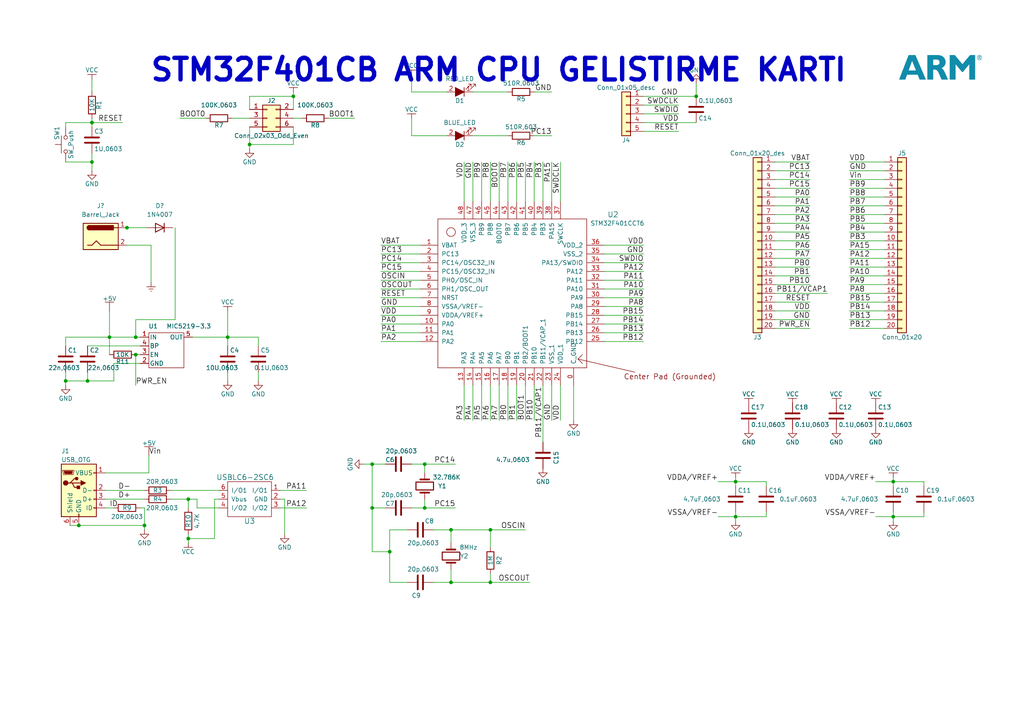
<source format=kicad_sch>
(kicad_sch (version 20211123) (generator eeschema)
  (paper "A4")
  (title_block (title "STM401CCT6") (date "2017-11-07") (comment 1 "C10, C11, C12, C13, C15, C16, C17, C18 and C19 must be placed near to MCU pin"))
  (lib_symbols
    (symbol "Connector:Barrel_Jack" (pin_names (offset 1.016))
      (property "Reference" "J" (at 0 5.334 0))
      (property "Value" "Barrel_Jack" (at 0 -5.08 0))
      (symbol "Barrel_Jack_1_1"
        (pin passive line (at 7.62 2.54 180) (length 2.54) (name "~") (number "1"))
        (pin passive line (at 7.62 -2.54 180) (length 2.54) (name "~") (number "2"))
      )
    )
    (symbol "Diode:1N4007" (pin_numbers hide) (pin_names (offset 1.016) hide)
      (property "Reference" "D" (at 0 2.54 0))
      (property "Value" "1N4007" (at 0 -2.54 0))
      (symbol "1N4007_1_1"
        (pin passive line (at -3.81 0 0) (length 2.54) (name "K") (number "1"))
        (pin passive line (at 3.81 0 180) (length 2.54) (name "A") (number "2"))
      )
    )
    (symbol "STM32F401CCT6-rescue:5V" (power) (pin_names (offset 0))
      (property "Value" "5V" (at 0 3.556 0))
      (symbol "5V_1_1"
        (pin power_in line (at 0 0 90) (length 0) hide (name "+5V") (number "1"))
      )
    )
    (symbol "STM32F401CCT6-rescue:C" (pin_numbers hide) (pin_names (offset 0.254))
      (property "Reference" "C" (at 0.635 2.54 0))
      (property "Value" "C" (at 0.635 -2.54 0))
      (symbol "C_1_1"
        (pin passive line (at 0 3.81 270) (length 2.794) (name "~") (number "1"))
        (pin passive line (at 0 -3.81 90) (length 2.794) (name "~") (number "2"))
      )
    )
    (symbol "STM32F401CCT6-rescue:Crystal" (pin_numbers hide) (pin_names (offset 1.016) hide)
      (property "Reference" "Y" (at 0 3.81 0))
      (property "Value" "Crystal" (at 0 -3.81 0))
      (symbol "Crystal_1_1"
        (pin passive line (at -3.81 0 0) (length 1.27) (name "1") (number "1"))
        (pin passive line (at 3.81 0 180) (length 1.27) (name "2") (number "2"))
      )
    )
    (symbol "STM32F401CCT6-rescue:GND" (power) (pin_names (offset 0))
      (property "Value" "GND" (at 0 -3.81 0))
      (symbol "GND_1_1"
        (pin power_in line (at 0 0 270) (length 0) hide (name "GND") (number "1"))
      )
    )
    (symbol "STM32F401CCT6-rescue:LED_ALT" (pin_names (offset 1.016) hide)
      (property "Reference" "D" (at 0 2.54 0))
      (property "Value" "LED_ALT" (at 0 -2.54 0))
      (symbol "LED_ALT_1_1"
        (pin passive line (at -3.81 0 0) (length 2.54) (name "K") (number "1"))
        (pin passive line (at 3.81 0 180) (length 2.54) (name "A") (number "2"))
      )
    )
    (symbol "STM32F401CCT6-rescue:MIC5219-3.3-RESCUE-STM32F401CCT6" (pin_names (offset 0.254))
      (property "Reference" "U" (at -3.81 5.715 0))
      (property "Value" "MIC5219-3.3-RESCUE-STM32F401CCT6" (at 0 5.715 0))
      (symbol "MIC5219-3.3-RESCUE-STM32F401CCT6_1_1"
        (pin power_in line (at -7.62 2.54 0) (length 2.54) (name "IN") (number "1"))
        (pin power_in line (at -7.62 -5.08 0) (length 2.54) (name "GND") (number "2"))
        (pin input line (at -7.62 -2.54 0) (length 2.54) (name "EN") (number "3"))
        (pin input line (at -7.62 0 0) (length 2.54) (name "BP") (number "4"))
        (pin power_out line (at 7.62 2.54 180) (length 2.54) (name "OUT") (number "5"))
      )
    )
    (symbol "STM32F401CCT6-rescue:R" (pin_numbers hide) (pin_names (offset 0))
      (property "Reference" "R" (at 2.032 0 90))
      (property "Value" "R" (at 0 0 90))
      (symbol "R_1_1"
        (pin passive line (at 0 3.81 270) (length 1.27) (name "~") (number "1"))
        (pin passive line (at 0 -3.81 90) (length 1.27) (name "~") (number "2"))
      )
    )
    (symbol "STM32F401CCT6-rescue:SW_Push" (pin_numbers hide) (pin_names (offset 1.016) hide)
      (property "Reference" "SW" (at 1.27 2.54 0))
      (property "Value" "SW_Push" (at 0 -1.524 0))
      (symbol "SW_Push_0_1"
        (pin passive line (at -5.08 0 0) (length 2.54) (name "1") (number "1"))
        (pin passive line (at 5.08 0 180) (length 2.54) (name "2") (number "2"))
      )
    )
    (symbol "STM32F401CCT6-rescue:USB_OTG-RESCUE-STM32F401CCT6" (pin_names (offset 1.016))
      (property "Reference" "J" (at -5.08 11.43 0))
      (property "Value" "USB_OTG-RESCUE-STM32F401CCT6" (at -5.08 8.89 0))
      (symbol "USB_OTG-RESCUE-STM32F401CCT6_1_1"
        (pin power_in line (at 7.62 5.08 180) (length 2.54) (name "VBUS") (number "1"))
        (pin passive line (at 7.62 0 180) (length 2.54) (name "D-") (number "2"))
        (pin passive line (at 7.62 -2.54 180) (length 2.54) (name "D+") (number "3"))
        (pin passive line (at 7.62 -5.08 180) (length 2.54) (name "ID") (number "4"))
        (pin power_in line (at 0 -10.16 90) (length 2.54) (name "GND") (number "5"))
        (pin passive line (at -2.54 -10.16 90) (length 2.54) (name "Shield") (number "6"))
      )
    )
    (symbol "STM32F401CCT6-rescue:VDD-RESCUE-STM32F401CCT6" (power) (pin_names (offset 0))
      (property "Value" "VDD-RESCUE-STM32F401CCT6" (at 0 2.54 0))
      (symbol "VDD-RESCUE-STM32F401CCT6_1_1"
        (pin power_in line (at 0 0 90) (length 0) hide (name "VCC") (number "1"))
      )
    )
    (symbol "USBLC6-2SC6:USBLC6-2SC6" (pin_names (offset 1.016))
      (property "Reference" "U" (at -2.54 -3.81 0))
      (property "Value" "USBLC6-2SC6" (at -1.27 8.89 0))
      (symbol "USBLC6-2SC6_1_1"
        (pin passive line (at -11.43 5.08 0) (length 2.54) (name "I/O1") (number "1"))
        (pin passive line (at -11.43 2.54 0) (length 2.54) (name "GND") (number "2"))
        (pin passive line (at -11.43 0 0) (length 2.54) (name "I/O2") (number "3"))
        (pin passive line (at 6.35 0 180) (length 2.54) (name "I/O2") (number "4"))
        (pin passive line (at 6.35 2.54 180) (length 2.54) (name "Vbus") (number "5"))
        (pin passive line (at 6.35 5.08 180) (length 2.54) (name "I/O1") (number "6"))
      )
    )
    (symbol "conn_01x05_descending:Conn_01x05_desc" (pin_names (offset 1.016) hide)
      (property "Reference" "J" (at 0 7.62 0))
      (property "Value" "Conn_01x05_desc" (at 0 -7.62 0))
      (symbol "Conn_01x05_desc_1_1"
        (pin passive line (at -5.08 -5.08 0) (length 3.81) (name "Pin_1") (number "1"))
        (pin passive line (at -5.08 -2.54 0) (length 3.81) (name "Pin_2") (number "2"))
        (pin passive line (at -5.08 0 0) (length 3.81) (name "Pin_3") (number "3"))
        (pin passive line (at -5.08 2.54 0) (length 3.81) (name "Pin_4") (number "4"))
        (pin passive line (at -5.08 5.08 0) (length 3.81) (name "Pin_5") (number "5"))
      )
    )
    (symbol "conn_01x05_descending:Conn_01x20" (pin_names (offset 1.016) hide)
      (property "Reference" "J" (at 0 25.4 0))
      (property "Value" "Conn_01x20" (at 0 -27.94 0))
      (symbol "Conn_01x20_1_1"
        (pin passive line (at -5.08 22.86 0) (length 3.81) (name "Pin_1") (number "1"))
        (pin passive line (at -5.08 0 0) (length 3.81) (name "Pin_10") (number "10"))
        (pin passive line (at -5.08 -2.54 0) (length 3.81) (name "Pin_11") (number "11"))
        (pin passive line (at -5.08 -5.08 0) (length 3.81) (name "Pin_12") (number "12"))
        (pin passive line (at -5.08 -7.62 0) (length 3.81) (name "Pin_13") (number "13"))
        (pin passive line (at -5.08 -10.16 0) (length 3.81) (name "Pin_14") (number "14"))
        (pin passive line (at -5.08 -12.7 0) (length 3.81) (name "Pin_15") (number "15"))
        (pin passive line (at -5.08 -15.24 0) (length 3.81) (name "Pin_16") (number "16"))
        (pin passive line (at -5.08 -17.78 0) (length 3.81) (name "Pin_17") (number "17"))
        (pin passive line (at -5.08 -20.32 0) (length 3.81) (name "Pin_18") (number "18"))
        (pin passive line (at -5.08 -22.86 0) (length 3.81) (name "Pin_19") (number "19"))
        (pin passive line (at -5.08 20.32 0) (length 3.81) (name "Pin_2") (number "2"))
        (pin passive line (at -5.08 -25.4 0) (length 3.81) (name "Pin_20") (number "20"))
        (pin passive line (at -5.08 17.78 0) (length 3.81) (name "Pin_3") (number "3"))
        (pin passive line (at -5.08 15.24 0) (length 3.81) (name "Pin_4") (number "4"))
        (pin passive line (at -5.08 12.7 0) (length 3.81) (name "Pin_5") (number "5"))
        (pin passive line (at -5.08 10.16 0) (length 3.81) (name "Pin_6") (number "6"))
        (pin passive line (at -5.08 7.62 0) (length 3.81) (name "Pin_7") (number "7"))
        (pin passive line (at -5.08 5.08 0) (length 3.81) (name "Pin_8") (number "8"))
        (pin passive line (at -5.08 2.54 0) (length 3.81) (name "Pin_9") (number "9"))
      )
    )
    (symbol "conn_01x05_descending:Conn_02x03_Odd_Even" (pin_names (offset 1.016) hide)
      (property "Reference" "J" (at 1.27 5.08 0))
      (property "Value" "Conn_02x03_Odd_Even" (at 1.27 -5.08 0))
      (symbol "Conn_02x03_Odd_Even_1_1"
        (pin passive line (at -5.08 2.54 0) (length 3.81) (name "Pin_1") (number "1"))
        (pin passive line (at 7.62 2.54 180) (length 3.81) (name "Pin_2") (number "2"))
        (pin passive line (at -5.08 0 0) (length 3.81) (name "Pin_3") (number "3"))
        (pin passive line (at 7.62 0 180) (length 3.81) (name "Pin_4") (number "4"))
        (pin passive line (at -5.08 -2.54 0) (length 3.81) (name "Pin_5") (number "5"))
        (pin passive line (at 7.62 -2.54 180) (length 3.81) (name "Pin_6") (number "6"))
      )
    )
    (symbol "conn_01x20_descending:Conn_01x20_des" (pin_names (offset 1.016) hide)
      (property "Reference" "J" (at 0 25.4 0))
      (property "Value" "Conn_01x20_des" (at 0 -27.94 0))
      (symbol "Conn_01x20_des_1_1"
        (pin passive line (at -5.08 -25.4 0) (length 3.81) (name "Pin_1") (number "1"))
        (pin passive line (at -5.08 -2.54 0) (length 3.81) (name "Pin_10") (number "10"))
        (pin passive line (at -5.08 0 0) (length 3.81) (name "Pin_11") (number "11"))
        (pin passive line (at -5.08 2.54 0) (length 3.81) (name "Pin_12") (number "12"))
        (pin passive line (at -5.08 5.08 0) (length 3.81) (name "Pin_13") (number "13"))
        (pin passive line (at -5.08 7.62 0) (length 3.81) (name "Pin_14") (number "14"))
        (pin passive line (at -5.08 10.16 0) (length 3.81) (name "Pin_15") (number "15"))
        (pin passive line (at -5.08 12.7 0) (length 3.81) (name "Pin_16") (number "16"))
        (pin passive line (at -5.08 15.24 0) (length 3.81) (name "Pin_17") (number "17"))
        (pin passive line (at -5.08 17.78 0) (length 3.81) (name "Pin_18") (number "18"))
        (pin passive line (at -5.08 20.32 0) (length 3.81) (name "Pin_19") (number "19"))
        (pin passive line (at -5.08 -22.86 0) (length 3.81) (name "Pin_2") (number "2"))
        (pin passive line (at -5.08 22.86 0) (length 3.81) (name "Pin_20") (number "20"))
        (pin passive line (at -5.08 -20.32 0) (length 3.81) (name "Pin_3") (number "3"))
        (pin passive line (at -5.08 -17.78 0) (length 3.81) (name "Pin_4") (number "4"))
        (pin passive line (at -5.08 -15.24 0) (length 3.81) (name "Pin_5") (number "5"))
        (pin passive line (at -5.08 -12.7 0) (length 3.81) (name "Pin_6") (number "6"))
        (pin passive line (at -5.08 -10.16 0) (length 3.81) (name "Pin_7") (number "7"))
        (pin passive line (at -5.08 -7.62 0) (length 3.81) (name "Pin_8") (number "8"))
        (pin passive line (at -5.08 -5.08 0) (length 3.81) (name "Pin_9") (number "9"))
      )
    )
    (symbol "power:Earth" (power) (pin_names (offset 0))
      (symbol "Earth_1_1"
        (pin power_in line (at 0 0 270) (length 0) hide (name "Earth") (number "1"))
      )
    )
    (symbol "stm32f401cct6:STM32F401CCT6" (pin_names (offset 1.016))
      (property "Reference" "U" (at 39.37 15.24 0))
      (property "Value" "STM32F401CCT6" (at 40.64 12.7 0))
      (symbol "STM32F401CCT6_0_0"
        (text "Center Pad (Grounded)" (at 55.88 -31.75 0) (effects (font (size 1.524 1.524))))
      )
      (symbol "STM32F401CCT6_1_1"
        (pin input line (at 27.94 -34.29 90) (length 5.08) (name "C_GND") (number "0"))
        (pin input line (at -16.51 6.35 0) (length 5.08) (name "VBAT") (number "1"))
        (pin input line (at -16.51 -16.51 0) (length 5.08) (name "PA0") (number "10"))
        (pin input line (at -16.51 -19.05 0) (length 5.08) (name "PA1") (number "11"))
        (pin input line (at -16.51 -21.59 0) (length 5.08) (name "PA2") (number "12"))
        (pin input line (at -3.81 -34.29 90) (length 5.08) (name "PA3") (number "13"))
        (pin input line (at -1.27 -34.29 90) (length 5.08) (name "PA4") (number "14"))
        (pin input line (at 1.27 -34.29 90) (length 5.08) (name "PA5") (number "15"))
        (pin input line (at 3.81 -34.29 90) (length 5.08) (name "PA6") (number "16"))
        (pin input line (at 6.35 -34.29 90) (length 5.08) (name "PA7") (number "17"))
        (pin input line (at 8.89 -34.29 90) (length 5.08) (name "PB0") (number "18"))
        (pin input line (at 11.43 -34.29 90) (length 5.08) (name "PB1") (number "19"))
        (pin input line (at -16.51 3.81 0) (length 5.08) (name "PC13") (number "2"))
        (pin input line (at 13.97 -34.29 90) (length 5.08) (name "PB2/BOOT1") (number "20"))
        (pin input line (at 16.51 -34.29 90) (length 5.08) (name "PB10") (number "21"))
        (pin input line (at 19.05 -34.29 90) (length 5.08) (name "PB11/VCAP_1") (number "22"))
        (pin input line (at 21.59 -34.29 90) (length 5.08) (name "VSS_1") (number "23"))
        (pin input line (at 24.13 -34.29 90) (length 5.08) (name "VDD_1") (number "24"))
        (pin input line (at 36.83 -21.59 180) (length 5.08) (name "PB12") (number "25"))
        (pin input line (at 36.83 -19.05 180) (length 5.08) (name "PB13") (number "26"))
        (pin input line (at 36.83 -16.51 180) (length 5.08) (name "PB14") (number "27"))
        (pin input line (at 36.83 -13.97 180) (length 5.08) (name "PB15") (number "28"))
        (pin input line (at 36.83 -11.43 180) (length 5.08) (name "PA8") (number "29"))
        (pin input line (at -16.51 1.27 0) (length 5.08) (name "PC14/OSC32_IN") (number "3"))
        (pin input line (at 36.83 -8.89 180) (length 5.08) (name "PA9") (number "30"))
        (pin input line (at 36.83 -6.35 180) (length 5.08) (name "PA10") (number "31"))
        (pin input line (at 36.83 -3.81 180) (length 5.08) (name "PA11") (number "32"))
        (pin input line (at 36.83 -1.27 180) (length 5.08) (name "PA12") (number "33"))
        (pin input line (at 36.83 1.27 180) (length 5.08) (name "PA13/SWDIO") (number "34"))
        (pin input line (at 36.83 3.81 180) (length 5.08) (name "VSS_2") (number "35"))
        (pin input line (at 36.83 6.35 180) (length 5.08) (name "VDD_2") (number "36"))
        (pin input line (at 24.13 19.05 270) (length 5.08) (name "SWCLK") (number "37"))
        (pin input line (at 21.59 19.05 270) (length 5.08) (name "PA15") (number "38"))
        (pin input line (at 19.05 19.05 270) (length 5.08) (name "PB3") (number "39"))
        (pin input line (at -16.51 -1.27 0) (length 5.08) (name "PC15/OSC32_IN") (number "4"))
        (pin input line (at 16.51 19.05 270) (length 5.08) (name "PB4") (number "40"))
        (pin input line (at 13.97 19.05 270) (length 5.08) (name "PB5") (number "41"))
        (pin input line (at 11.43 19.05 270) (length 5.08) (name "PB6") (number "42"))
        (pin input line (at 8.89 19.05 270) (length 5.08) (name "PB7") (number "43"))
        (pin input line (at 6.35 19.05 270) (length 5.08) (name "BOOT0") (number "44"))
        (pin input line (at 3.81 19.05 270) (length 5.08) (name "PB8") (number "45"))
        (pin input line (at 1.27 19.05 270) (length 5.08) (name "PB9") (number "46"))
        (pin input line (at -1.27 19.05 270) (length 5.08) (name "VSS_3") (number "47"))
        (pin input line (at -3.81 19.05 270) (length 5.08) (name "VDD_3") (number "48"))
        (pin input line (at -16.51 -3.81 0) (length 5.08) (name "PH0/OSC_IN") (number "5"))
        (pin input line (at -16.51 -6.35 0) (length 5.08) (name "PH1/OSC_OUT") (number "6"))
        (pin input line (at -16.51 -8.89 0) (length 5.08) (name "NRST") (number "7"))
        (pin input line (at -16.51 -11.43 0) (length 5.08) (name "VSSA/VREF-") (number "8"))
        (pin input line (at -16.51 -13.97 0) (length 5.08) (name "VDDA/VREF+") (number "9"))
      )
    )
  )
  (junction (at 39.37 102.87))
  (junction (at 107.95 147.32))
  (junction (at 142.24 168.91))
  (junction (at 36.83 66.04))
  (junction (at 22.86 152.4))
  (junction (at 259.08 149.86))
  (junction (at 130.81 153.67))
  (junction (at 26.67 46.99))
  (junction (at 113.03 160.02))
  (junction (at 25.4 110.49))
  (junction (at 72.39 41.91))
  (junction (at 19.05 110.49))
  (junction (at 26.67 35.56))
  (junction (at 66.04 97.79))
  (junction (at 123.19 147.32))
  (junction (at 39.37 97.79))
  (junction (at 259.08 139.7))
  (junction (at 107.95 134.62))
  (junction (at 130.81 168.91))
  (junction (at 213.36 149.86))
  (junction (at 31.75 97.79))
  (junction (at 201.93 27.94))
  (junction (at 54.61 156.21))
  (junction (at 213.36 139.7))
  (junction (at 41.91 152.4))
  (junction (at 142.24 153.67))
  (junction (at 85.09 27.94))
  (junction (at 54.61 144.78))
  (junction (at 123.19 134.62))
  (wire (pts (xy 105.41 134.62) (xy 107.95 134.62)))
  (wire (pts (xy 36.83 71.12) (xy 43.815 71.12)))
  (wire (pts (xy 213.36 148.59) (xy 213.36 149.86)))
  (wire (pts (xy 81.28 147.32) (xy 88.9 147.32)))
  (wire (pts (xy 256.54 72.39) (xy 246.38 72.39)))
  (wire (pts (xy 110.49 88.9) (xy 121.92 88.9)))
  (wire (pts (xy 54.61 154.94) (xy 54.61 156.21)))
  (wire (pts (xy 31.75 97.79) (xy 31.75 102.87)))
  (wire (pts (xy 267.97 149.86) (xy 267.97 148.59)))
  (wire (pts (xy 85.09 34.29) (xy 87.63 34.29)))
  (wire (pts (xy 175.26 83.82) (xy 186.69 83.82)))
  (wire (pts (xy 144.78 46.99) (xy 144.78 58.42)))
  (wire (pts (xy 213.36 139.7) (xy 213.36 140.97)))
  (wire (pts (xy 224.79 54.61) (xy 234.95 54.61)))
  (wire (pts (xy 142.24 46.99) (xy 142.24 58.42)))
  (wire (pts (xy 119.38 134.62) (xy 123.19 134.62)))
  (wire (pts (xy 157.48 46.99) (xy 157.48 58.42)))
  (wire (pts (xy 123.19 134.62) (xy 123.19 137.16)))
  (wire (pts (xy 85.09 36.83) (xy 85.09 41.91)))
  (wire (pts (xy 31.75 97.79) (xy 39.37 97.79)))
  (wire (pts (xy 110.49 83.82) (xy 121.92 83.82)))
  (wire (pts (xy 107.95 147.32) (xy 107.95 160.02)))
  (wire (pts (xy 186.69 35.56) (xy 201.93 35.56)))
  (wire (pts (xy 19.05 110.49) (xy 19.05 111.76)))
  (wire (pts (xy 256.54 85.09) (xy 246.38 85.09)))
  (wire (pts (xy 224.79 49.53) (xy 234.95 49.53)))
  (wire (pts (xy 107.95 134.62) (xy 107.95 147.32)))
  (wire (pts (xy 175.26 91.44) (xy 186.69 91.44)))
  (wire (pts (xy 254 139.7) (xy 259.08 139.7)))
  (wire (pts (xy 157.48 111.76) (xy 157.48 128.27)))
  (wire (pts (xy 256.54 95.25) (xy 246.38 95.25)))
  (wire (pts (xy 19.05 35.56) (xy 19.05 36.83)))
  (wire (pts (xy 26.67 22.86) (xy 26.67 26.67)))
  (wire (pts (xy 113.03 168.91) (xy 118.11 168.91)))
  (wire (pts (xy 72.39 27.94) (xy 85.09 27.94)))
  (wire (pts (xy 25.4 107.95) (xy 25.4 110.49)))
  (wire (pts (xy 208.28 149.86) (xy 213.36 149.86)))
  (wire (pts (xy 224.79 92.71) (xy 234.95 92.71)))
  (wire (pts (xy 154.94 111.76) (xy 154.94 121.92)))
  (wire (pts (xy 25.4 100.33) (xy 40.64 100.33)))
  (wire (pts (xy 119.38 34.29) (xy 119.38 39.37)))
  (wire (pts (xy 85.09 26.67) (xy 85.09 27.94)))
  (wire (pts (xy 186.69 33.02) (xy 196.85 33.02)))
  (wire (pts (xy 81.28 142.24) (xy 88.9 142.24)))
  (wire (pts (xy 66.04 97.79) (xy 66.04 100.33)))
  (wire (pts (xy 49.53 144.78) (xy 54.61 144.78)))
  (wire (pts (xy 55.88 97.79) (xy 66.04 97.79)))
  (wire (pts (xy 110.49 81.28) (xy 121.92 81.28)))
  (wire (pts (xy 137.16 111.76) (xy 137.16 121.92)))
  (wire (pts (xy 147.32 46.99) (xy 147.32 58.42)))
  (wire (pts (xy 213.36 149.86) (xy 213.36 151.13)))
  (wire (pts (xy 72.39 41.91) (xy 72.39 43.18)))
  (wire (pts (xy 259.08 139.7) (xy 267.97 139.7)))
  (wire (pts (xy 152.4 111.76) (xy 152.4 121.92)))
  (wire (pts (xy 154.94 39.37) (xy 160.02 39.37)))
  (wire (pts (xy 119.38 147.32) (xy 123.19 147.32)))
  (wire (pts (xy 110.49 86.36) (xy 121.92 86.36)))
  (wire (pts (xy 224.79 74.93) (xy 234.95 74.93)))
  (wire (pts (xy 246.38 49.53) (xy 256.54 49.53)))
  (wire (pts (xy 256.54 69.85) (xy 246.38 69.85)))
  (wire (pts (xy 54.61 156.21) (xy 54.61 157.48)))
  (wire (pts (xy 19.05 97.79) (xy 19.05 100.33)))
  (wire (pts (xy 149.86 111.76) (xy 149.86 121.92)))
  (wire (pts (xy 152.4 46.99) (xy 152.4 58.42)))
  (wire (pts (xy 50.8 66.04) (xy 50.8 92.71)))
  (wire (pts (xy 213.36 139.7) (xy 222.25 139.7)))
  (wire (pts (xy 186.69 30.48) (xy 196.85 30.48)))
  (wire (pts (xy 137.16 26.67) (xy 147.32 26.67)))
  (wire (pts (xy 30.48 142.24) (xy 41.91 142.24)))
  (wire (pts (xy 175.26 71.12) (xy 186.69 71.12)))
  (wire (pts (xy 142.24 168.91) (xy 153.67 168.91)))
  (wire (pts (xy 113.03 160.02) (xy 113.03 168.91)))
  (wire (pts (xy 54.61 144.78) (xy 54.61 147.32)))
  (wire (pts (xy 134.62 111.76) (xy 134.62 121.92)))
  (wire (pts (xy 62.23 156.21) (xy 54.61 156.21)))
  (wire (pts (xy 208.28 139.7) (xy 213.36 139.7)))
  (wire (pts (xy 19.05 107.95) (xy 19.05 110.49)))
  (wire (pts (xy 142.24 153.67) (xy 152.4 153.67)))
  (wire (pts (xy 130.81 168.91) (xy 142.24 168.91)))
  (wire (pts (xy 119.38 21.59) (xy 119.38 26.67)))
  (wire (pts (xy 254 149.86) (xy 259.08 149.86)))
  (wire (pts (xy 110.49 73.66) (xy 121.92 73.66)))
  (wire (pts (xy 256.54 92.71) (xy 246.38 92.71)))
  (wire (pts (xy 66.04 97.79) (xy 74.93 97.79)))
  (wire (pts (xy 110.49 93.98) (xy 121.92 93.98)))
  (wire (pts (xy 107.95 134.62) (xy 111.76 134.62)))
  (wire (pts (xy 110.49 96.52) (xy 121.92 96.52)))
  (wire (pts (xy 144.78 111.76) (xy 144.78 121.92)))
  (wire (pts (xy 26.67 44.45) (xy 26.67 46.99)))
  (wire (pts (xy 201.93 27.94) (xy 201.93 24.13)))
  (wire (pts (xy 256.54 67.31) (xy 246.38 67.31)))
  (wire (pts (xy 30.48 137.16) (xy 43.18 137.16)))
  (wire (pts (xy 224.79 72.39) (xy 234.95 72.39)))
  (wire (pts (xy 139.7 46.99) (xy 139.7 58.42)))
  (wire (pts (xy 130.81 168.91) (xy 130.81 165.1)))
  (wire (pts (xy 224.79 62.23) (xy 234.95 62.23)))
  (wire (pts (xy 50.8 92.71) (xy 39.37 92.71)))
  (wire (pts (xy 175.26 99.06) (xy 186.69 99.06)))
  (wire (pts (xy 259.08 148.59) (xy 259.08 149.86)))
  (wire (pts (xy 41.91 152.4) (xy 41.91 153.67)))
  (wire (pts (xy 26.67 46.99) (xy 26.67 49.53)))
  (wire (pts (xy 113.03 153.67) (xy 113.03 160.02)))
  (wire (pts (xy 49.53 142.24) (xy 63.5 142.24)))
  (wire (pts (xy 256.54 87.63) (xy 246.38 87.63)))
  (wire (pts (xy 154.94 46.99) (xy 154.94 58.42)))
  (wire (pts (xy 125.73 168.91) (xy 130.81 168.91)))
  (wire (pts (xy 72.39 36.83) (xy 72.39 41.91)))
  (wire (pts (xy 26.67 46.99) (xy 19.05 46.99)))
  (wire (pts (xy 119.38 26.67) (xy 129.54 26.67)))
  (wire (pts (xy 256.54 77.47) (xy 246.38 77.47)))
  (wire (pts (xy 54.61 144.78) (xy 57.15 144.78)))
  (wire (pts (xy 19.05 35.56) (xy 26.67 35.56)))
  (wire (pts (xy 26.67 34.29) (xy 26.67 35.56)))
  (wire (pts (xy 85.09 27.94) (xy 85.09 31.75)))
  (wire (pts (xy 20.32 152.4) (xy 22.86 152.4)))
  (wire (pts (xy 162.56 58.42) (xy 162.56 46.99)))
  (wire (pts (xy 130.81 153.67) (xy 130.81 157.48)))
  (wire (pts (xy 26.67 35.56) (xy 35.56 35.56)))
  (wire (pts (xy 85.09 41.91) (xy 72.39 41.91)))
  (wire (pts (xy 113.03 153.67) (xy 118.11 153.67)))
  (wire (pts (xy 224.79 87.63) (xy 234.95 87.63)))
  (wire (pts (xy 66.04 90.17) (xy 66.04 97.79)))
  (wire (pts (xy 62.23 144.78) (xy 63.5 144.78)))
  (wire (pts (xy 33.02 105.41) (xy 40.64 105.41)))
  (wire (pts (xy 246.38 46.99) (xy 256.54 46.99)))
  (wire (pts (xy 224.79 52.07) (xy 234.95 52.07)))
  (wire (pts (xy 137.16 46.99) (xy 137.16 58.42)))
  (wire (pts (xy 175.26 76.2) (xy 186.69 76.2)))
  (wire (pts (xy 119.38 39.37) (xy 129.54 39.37)))
  (wire (pts (xy 147.32 111.76) (xy 147.32 121.92)))
  (wire (pts (xy 175.26 78.74) (xy 186.69 78.74)))
  (wire (pts (xy 259.08 149.86) (xy 259.08 151.13)))
  (wire (pts (xy 39.37 102.87) (xy 40.64 102.87)))
  (wire (pts (xy 267.97 139.7) (xy 267.97 140.97)))
  (wire (pts (xy 175.26 86.36) (xy 186.69 86.36)))
  (wire (pts (xy 224.79 59.69) (xy 234.95 59.69)))
  (wire (pts (xy 66.04 107.95) (xy 66.04 110.49)))
  (wire (pts (xy 19.05 110.49) (xy 25.4 110.49)))
  (wire (pts (xy 154.94 26.67) (xy 160.02 26.67)))
  (wire (pts (xy 162.56 111.76) (xy 162.56 121.92)))
  (wire (pts (xy 149.86 46.99) (xy 149.86 58.42)))
  (wire (pts (xy 213.36 138.43) (xy 213.36 139.7)))
  (wire (pts (xy 259.08 139.7) (xy 259.08 140.97)))
  (wire (pts (xy 62.23 144.78) (xy 62.23 156.21)))
  (wire (pts (xy 125.73 153.67) (xy 130.81 153.67)))
  (wire (pts (xy 246.38 62.23) (xy 256.54 62.23)))
  (wire (pts (xy 82.55 144.78) (xy 82.55 154.94)))
  (wire (pts (xy 259.08 138.43) (xy 259.08 139.7)))
  (wire (pts (xy 110.49 91.44) (xy 121.92 91.44)))
  (wire (pts (xy 186.69 27.94) (xy 201.93 27.94)))
  (wire (pts (xy 142.24 153.67) (xy 142.24 158.75)))
  (wire (pts (xy 224.79 90.17) (xy 234.95 90.17)))
  (wire (pts (xy 224.79 77.47) (xy 234.95 77.47)))
  (wire (pts (xy 110.49 99.06) (xy 121.92 99.06)))
  (wire (pts (xy 259.08 149.86) (xy 267.97 149.86)))
  (wire (pts (xy 224.79 85.09) (xy 240.03 85.09)))
  (wire (pts (xy 224.79 46.99) (xy 234.95 46.99)))
  (wire (pts (xy 139.7 111.76) (xy 139.7 121.92)))
  (wire (pts (xy 137.16 39.37) (xy 147.32 39.37)))
  (wire (pts (xy 256.54 90.17) (xy 246.38 90.17)))
  (wire (pts (xy 123.19 147.32) (xy 123.19 144.78)))
  (wire (pts (xy 175.26 81.28) (xy 186.69 81.28)))
  (wire (pts (xy 213.36 149.86) (xy 222.25 149.86)))
  (wire (pts (xy 22.86 152.4) (xy 41.91 152.4)))
  (wire (pts (xy 123.19 134.62) (xy 132.08 134.62)))
  (wire (pts (xy 166.37 111.76) (xy 166.37 121.92)))
  (wire (pts (xy 130.81 153.67) (xy 142.24 153.67)))
  (wire (pts (xy 175.26 93.98) (xy 186.69 93.98)))
  (wire (pts (xy 224.79 64.77) (xy 234.95 64.77)))
  (wire (pts (xy 123.19 147.32) (xy 132.08 147.32)))
  (wire (pts (xy 41.91 147.32) (xy 41.91 152.4)))
  (wire (pts (xy 134.62 46.99) (xy 134.62 58.42)))
  (wire (pts (xy 110.49 71.12) (xy 121.92 71.12)))
  (wire (pts (xy 246.38 52.07) (xy 256.54 52.07)))
  (wire (pts (xy 224.79 95.25) (xy 234.95 95.25)))
  (wire (pts (xy 30.48 147.32) (xy 33.02 147.32)))
  (wire (pts (xy 142.24 168.91) (xy 142.24 166.37)))
  (wire (pts (xy 40.64 147.32) (xy 41.91 147.32)))
  (wire (pts (xy 72.39 31.75) (xy 72.39 27.94)))
  (wire (pts (xy 39.37 102.87) (xy 39.37 111.76)))
  (wire (pts (xy 110.49 78.74) (xy 121.92 78.74)))
  (wire (pts (xy 25.4 110.49) (xy 33.02 110.49)))
  (wire (pts (xy 224.79 69.85) (xy 234.95 69.85)))
  (wire (pts (xy 57.15 144.78) (xy 57.15 147.32)))
  (wire (pts (xy 39.37 97.79) (xy 40.64 97.79)))
  (wire (pts (xy 246.38 59.69) (xy 256.54 59.69)))
  (wire (pts (xy 107.95 147.32) (xy 111.76 147.32)))
  (wire (pts (xy 74.93 97.79) (xy 74.93 100.33)))
  (wire (pts (xy 224.79 80.01) (xy 234.95 80.01)))
  (wire (pts (xy 19.05 97.79) (xy 31.75 97.79)))
  (wire (pts (xy 142.24 111.76) (xy 142.24 121.92)))
  (wire (pts (xy 36.83 66.04) (xy 42.545 66.04)))
  (wire (pts (xy 43.815 71.12) (xy 43.815 81.915)))
  (wire (pts (xy 107.95 160.02) (xy 113.03 160.02)))
  (wire (pts (xy 186.69 38.1) (xy 196.85 38.1)))
  (wire (pts (xy 256.54 80.01) (xy 246.38 80.01)))
  (wire (pts (xy 43.18 137.16) (xy 43.18 132.08)))
  (wire (pts (xy 222.25 149.86) (xy 222.25 148.59)))
  (wire (pts (xy 256.54 82.55) (xy 246.38 82.55)))
  (wire (pts (xy 256.54 64.77) (xy 246.38 64.77)))
  (wire (pts (xy 31.75 90.17) (xy 31.75 97.79)))
  (wire (pts (xy 224.79 67.31) (xy 234.95 67.31)))
  (wire (pts (xy 26.67 35.56) (xy 26.67 36.83)))
  (wire (pts (xy 222.25 139.7) (xy 222.25 140.97)))
  (wire (pts (xy 246.38 57.15) (xy 256.54 57.15)))
  (wire (pts (xy 175.26 88.9) (xy 186.69 88.9)))
  (wire (pts (xy 246.38 54.61) (xy 256.54 54.61)))
  (wire (pts (xy 30.48 144.78) (xy 41.91 144.78)))
  (wire (pts (xy 36.195 66.04) (xy 36.83 66.04)))
  (wire (pts (xy 256.54 74.93) (xy 246.38 74.93)))
  (wire (pts (xy 160.02 111.76) (xy 160.02 121.92)))
  (wire (pts (xy 33.02 110.49) (xy 33.02 105.41)))
  (wire (pts (xy 224.79 57.15) (xy 234.95 57.15)))
  (wire (pts (xy 57.15 147.32) (xy 63.5 147.32)))
  (wire (pts (xy 59.69 34.29) (xy 52.07 34.29)))
  (wire (pts (xy 39.37 92.71) (xy 39.37 97.79)))
  (wire (pts (xy 175.26 96.52) (xy 186.69 96.52)))
  (wire (pts (xy 224.79 82.55) (xy 234.95 82.55)))
  (wire (pts (xy 110.49 76.2) (xy 121.92 76.2)))
  (wire (pts (xy 175.26 73.66) (xy 186.69 73.66)))
  (wire (pts (xy 67.31 34.29) (xy 72.39 34.29)))
  (wire (pts (xy 95.25 34.29) (xy 102.87 34.29)))
  (wire (pts (xy 160.02 46.99) (xy 160.02 58.42)))
  (wire (pts (xy 81.28 144.78) (xy 82.55 144.78)))
  (wire (pts (xy 74.93 107.95) (xy 74.93 110.49)))
  (image (at 273.05 20.32) (scale 0.186347))
  (text "STM32F401CB ARM CPU GELISTIRME KARTI\n" (at 43.18 24.13 0) (effects (font (size 6.27 6.27) (thickness 1.254) bold) (justify left bottom)))
  (label "PB14" (at 186.69 93.98 180) (effects (font (size 1.524 1.524))))
  (label "PB0" (at 234.95 77.47 180) (effects (font (size 1.524 1.524))))
  (label "SWDIO" (at 186.69 76.2 180) (effects (font (size 1.524 1.524))))
  (label "D-" (at 34.29 142.24 0) (effects (font (size 1.524 1.524))))
  (label "PA11" (at 246.38 77.47 0) (effects (font (size 1.524 1.524))))
  (label "RESET" (at 35.56 35.56 180) (effects (font (size 1.524 1.524))))
  (label "BOOT0" (at 52.07 34.29 0) (effects (font (size 1.524 1.524))))
  (label "GND" (at 110.49 88.9 0) (effects (font (size 1.524 1.524))))
  (label "PB8" (at 246.38 57.15 0) (effects (font (size 1.524 1.524))))
  (label "PA3" (at 234.95 64.77 180) (effects (font (size 1.524 1.524))))
  (label "PA7" (at 144.78 121.92 90) (effects (font (size 1.524 1.524))))
  (label "PB5" (at 246.38 64.77 0) (effects (font (size 1.524 1.524))))
  (label "PA6" (at 234.95 72.39 180) (effects (font (size 1.524 1.524))))
  (label "PA3" (at 134.62 121.92 90) (effects (font (size 1.524 1.524))))
  (label "VBAT" (at 234.95 46.99 180) (effects (font (size 1.524 1.524))))
  (label "VDD" (at 134.62 46.99 270) (effects (font (size 1.524 1.524))))
  (label "VSSA/VREF-" (at 208.28 149.86 180) (effects (font (size 1.524 1.524))))
  (label "PB7" (at 147.32 46.99 270) (effects (font (size 1.524 1.524))))
  (label "PB0" (at 147.32 121.92 90) (effects (font (size 1.524 1.524))))
  (label "VBAT" (at 110.49 71.12 0) (effects (font (size 1.524 1.524))))
  (label "PB15" (at 186.69 91.44 180) (effects (font (size 1.524 1.524))))
  (label "PB1" (at 234.95 80.01 180) (effects (font (size 1.524 1.524))))
  (label "PB3" (at 246.38 69.85 0) (effects (font (size 1.524 1.524))))
  (label "BOOT0" (at 144.78 46.99 270) (effects (font (size 1.524 1.524))))
  (label "Vin" (at 246.38 52.07 0) (effects (font (size 1.524 1.524))))
  (label "PA6" (at 142.24 121.92 90) (effects (font (size 1.524 1.524))))
  (label "PB12" (at 186.69 99.06 180) (effects (font (size 1.524 1.524))))
  (label "VDDA/VREF+" (at 208.28 139.7 180) (effects (font (size 1.524 1.524))))
  (label "PA7" (at 234.95 74.93 180) (effects (font (size 1.524 1.524))))
  (label "PC14" (at 132.08 134.62 180) (effects (font (size 1.524 1.524))))
  (label "SWDIO" (at 196.85 33.02 180) (effects (font (size 1.524 1.524))))
  (label "PB9" (at 139.7 46.99 270) (effects (font (size 1.524 1.524))))
  (label "PA10" (at 186.69 83.82 180) (effects (font (size 1.524 1.524))))
  (label "PB8" (at 142.24 46.99 270) (effects (font (size 1.524 1.524))))
  (label "GND" (at 137.16 46.99 270) (effects (font (size 1.524 1.524))))
  (label "PB3" (at 157.48 46.99 270) (effects (font (size 1.524 1.524))))
  (label "VSSA/VREF-" (at 254 149.86 180) (effects (font (size 1.524 1.524))))
  (label "PA11" (at 88.9 142.24 180) (effects (font (size 1.524 1.524))))
  (label "RESET" (at 234.95 87.63 180) (effects (font (size 1.524 1.524))))
  (label "OSCIN" (at 110.49 81.28 0) (effects (font (size 1.524 1.524))))
  (label "PB6" (at 149.86 46.99 270) (effects (font (size 1.524 1.524))))
  (label "PWR_EN" (at 234.95 95.25 180) (effects (font (size 1.524 1.524))))
  (label "GND" (at 186.69 73.66 180) (effects (font (size 1.524 1.524))))
  (label "PB4" (at 246.38 67.31 0) (effects (font (size 1.524 1.524))))
  (label "PA2" (at 234.95 62.23 180) (effects (font (size 1.524 1.524))))
  (label "PB10" (at 234.95 82.55 180) (effects (font (size 1.524 1.524))))
  (label "OSCIN" (at 152.4 153.67 180) (effects (font (size 1.524 1.524))))
  (label "ID" (at 31.75 147.32 0) (effects (font (size 1.524 1.524))))
  (label "PA12" (at 246.38 74.93 0) (effects (font (size 1.524 1.524))))
  (label "BOOT1" (at 152.4 121.92 90) (effects (font (size 1.524 1.524))))
  (label "PB14" (at 246.38 90.17 0) (effects (font (size 1.524 1.524))))
  (label "GND" (at 160.02 121.92 90) (effects (font (size 1.524 1.524))))
  (label "PA5" (at 234.95 69.85 180) (effects (font (size 1.524 1.524))))
  (label "VDD" (at 186.69 71.12 180) (effects (font (size 1.524 1.524))))
  (label "PC14" (at 110.49 76.2 0) (effects (font (size 1.524 1.524))))
  (label "VDD" (at 162.56 121.92 90) (effects (font (size 1.524 1.524))))
  (label "PA11" (at 186.69 81.28 180) (effects (font (size 1.524 1.524))))
  (label "PA15" (at 246.38 72.39 0) (effects (font (size 1.524 1.524))))
  (label "GND" (at 160.02 26.67 180) (effects (font (size 1.524 1.524))))
  (label "PA4" (at 234.95 67.31 180) (effects (font (size 1.524 1.524))))
  (label "PA4" (at 137.16 121.92 90) (effects (font (size 1.524 1.524))))
  (label "PB15" (at 246.38 87.63 0) (effects (font (size 1.524 1.524))))
  (label "PA2" (at 110.49 99.06 0) (effects (font (size 1.524 1.524))))
  (label "Vin" (at 43.18 132.08 0) (effects (font (size 1.524 1.524))))
  (label "BOOT1" (at 102.87 34.29 180) (effects (font (size 1.524 1.524))))
  (label "RESET" (at 110.49 86.36 0) (effects (font (size 1.524 1.524))))
  (label "PB6" (at 246.38 62.23 0) (effects (font (size 1.524 1.524))))
  (label "PA10" (at 246.38 80.01 0) (effects (font (size 1.524 1.524))))
  (label "PB9" (at 246.38 54.61 0) (effects (font (size 1.524 1.524))))
  (label "PB13" (at 186.69 96.52 180) (effects (font (size 1.524 1.524))))
  (label "PA8" (at 246.38 85.09 0) (effects (font (size 1.524 1.524))))
  (label "PC13" (at 110.49 73.66 0) (effects (font (size 1.524 1.524))))
  (label "RESET" (at 196.85 38.1 180) (effects (font (size 1.524 1.524))))
  (label "OSCOUT" (at 153.67 168.91 180) (effects (font (size 1.524 1.524))))
  (label "VDD" (at 110.49 91.44 0) (effects (font (size 1.524 1.524))))
  (label "PB11/VCAP1" (at 157.48 127 90) (effects (font (size 1.524 1.524))))
  (label "GND" (at 234.95 92.71 180) (effects (font (size 1.524 1.524))))
  (label "SWDCLK" (at 196.85 30.48 180) (effects (font (size 1.524 1.524))))
  (label "PA12" (at 88.9 147.32 180) (effects (font (size 1.524 1.524))))
  (label "PWR_EN" (at 39.37 111.76 0) (effects (font (size 1.524 1.524))))
  (label "PB1" (at 149.86 121.92 90) (effects (font (size 1.524 1.524))))
  (label "PA5" (at 139.7 121.92 90) (effects (font (size 1.524 1.524))))
  (label "PC15" (at 234.95 54.61 180) (effects (font (size 1.524 1.524))))
  (label "PA12" (at 186.69 78.74 180) (effects (font (size 1.524 1.524))))
  (label "PB7" (at 246.38 59.69 0) (effects (font (size 1.524 1.524))))
  (label "PA0" (at 234.95 57.15 180) (effects (font (size 1.524 1.524))))
  (label "PA9" (at 186.69 86.36 180) (effects (font (size 1.524 1.524))))
  (label "PA8" (at 186.69 88.9 180) (effects (font (size 1.524 1.524))))
  (label "D+" (at 34.29 144.78 0) (effects (font (size 1.524 1.524))))
  (label "PB13" (at 246.38 92.71 0) (effects (font (size 1.524 1.524))))
  (label "PB11/VCAP1" (at 240.03 85.09 180) (effects (font (size 1.524 1.524))))
  (label "PC15" (at 132.08 147.32 180) (effects (font (size 1.524 1.524))))
  (label "VDDA/VREF+" (at 254 139.7 180) (effects (font (size 1.524 1.524))))
  (label "PB12" (at 246.38 95.25 0) (effects (font (size 1.524 1.524))))
  (label "SWDCLK" (at 162.56 46.99 270) (effects (font (size 1.524 1.524))))
  (label "PA1" (at 110.49 96.52 0) (effects (font (size 1.524 1.524))))
  (label "PA1" (at 234.95 59.69 180) (effects (font (size 1.524 1.524))))
  (label "VDD" (at 246.38 46.99 0) (effects (font (size 1.524 1.524))))
  (label "PB5" (at 152.4 46.99 270) (effects (font (size 1.524 1.524))))
  (label "PA0" (at 110.49 93.98 0) (effects (font (size 1.524 1.524))))
  (label "PA15" (at 160.02 46.99 270) (effects (font (size 1.524 1.524))))
  (label "PC15" (at 110.49 78.74 0) (effects (font (size 1.524 1.524))))
  (label "VDD" (at 234.95 90.17 180) (effects (font (size 1.524 1.524))))
  (label "PC14" (at 234.95 52.07 180) (effects (font (size 1.524 1.524))))
  (label "GND" (at 191.77 27.94 0) (effects (font (size 1.524 1.524))))
  (label "PC13" (at 160.02 39.37 180) (effects (font (size 1.524 1.524))))
  (label "PB10" (at 154.94 121.92 90) (effects (font (size 1.524 1.524))))
  (label "OSCOUT" (at 110.49 83.82 0) (effects (font (size 1.524 1.524))))
  (label "GND" (at 246.38 49.53 0) (effects (font (size 1.524 1.524))))
  (label "VDD" (at 196.85 35.56 180) (effects (font (size 1.524 1.524))))
  (label "PC13" (at 234.95 49.53 180) (effects (font (size 1.524 1.524))))
  (label "PB4" (at 154.94 46.99 270) (effects (font (size 1.524 1.524))))
  (label "PA9" (at 246.38 82.55 0) (effects (font (size 1.524 1.524))))
  (symbol (lib_id "STM32F401CCT6-rescue:R") (at 151.13 26.67 270) (unit 1)
    (property "Reference" "R5" (at 151.13 28.702 90))
    (property "Value" "510R,0603" (at 151.13 24.13 90))
    (property "Footprint" "Resistors_SMD:R_0603" (effects hide))
  )
  (symbol (lib_id "STM32F401CCT6-rescue:R") (at 151.13 39.37 270) (unit 1)
    (property "Reference" "R6" (at 151.13 41.402 90))
    (property "Value" "510R,603" (at 151.13 36.83 90))
    (property "Footprint" "Resistors_SMD:R_0603" (effects hide))
  )
  (symbol (lib_id "conn_01x05_descending:Conn_02x03_Odd_Even") (at 77.47 34.29 0) (unit 1)
    (property "Reference" "J2" (at 78.74 29.21 0))
    (property "Value" "Conn_02x03_Odd_Even" (at 78.74 39.37 0))
    (property "Footprint" "Pin_Headers:Pin_Header_Straight_2x03_Pitch2.54mm" (effects hide))
  )
  (symbol (lib_id "STM32F401CCT6-rescue:R") (at 91.44 34.29 270) (unit 1)
    (property "Reference" "R8" (at 91.44 36.322 90))
    (property "Value" "100K,0603" (at 91.44 30.48 90))
    (property "Footprint" "Resistors_SMD:R_0603" (effects hide))
  )
  (symbol (lib_id "STM32F401CCT6-rescue:R") (at 63.5 34.29 270) (unit 1)
    (property "Reference" "R7" (at 63.5 36.322 90))
    (property "Value" "100K,0603" (at 63.5 30.48 90))
    (property "Footprint" "Resistors_SMD:R_0603" (effects hide))
  )
  (symbol (lib_id "STM32F401CCT6-rescue:GND") (at 72.39 43.18 0) (unit 1)
    (property "Reference" "#PWR10" (effects hide))
    (property "Value" "GND" (at 72.39 46.99 0))
  )
  (symbol (lib_id "STM32F401CCT6-rescue:R") (at 26.67 30.48 0) (unit 1)
    (property "Reference" "R1" (at 28.702 30.48 90))
    (property "Value" "10K" (at 26.67 30.48 90))
    (property "Footprint" "Resistors_SMD:R_0603" (effects hide))
  )
  (symbol (lib_id "STM32F401CCT6-rescue:SW_Push") (at 19.05 41.91 90) (unit 1)
    (property "Reference" "SW1" (at 16.51 40.64 0) (effects (justify left)))
    (property "Value" "SW_Push" (at 20.574 41.91 0))
    (property "Footprint" "Buttons_Switches_SMD:SW_SPST_TL3342" (effects hide))
  )
  (symbol (lib_id "STM32F401CCT6-rescue:C") (at 26.67 40.64 0) (unit 1)
    (property "Reference" "C3" (at 27.305 38.1 0) (effects (justify left)))
    (property "Value" "1U,0603" (at 27.305 43.18 0) (effects (justify left)))
    (property "Footprint" "Capacitors_SMD:C_0603" (effects hide))
  )
  (symbol (lib_id "STM32F401CCT6-rescue:GND") (at 26.67 49.53 0) (unit 1)
    (property "Reference" "#PWR3" (effects hide))
    (property "Value" "GND" (at 26.67 53.34 0))
  )
  (symbol (lib_id "STM32F401CCT6-rescue:USB_OTG-RESCUE-STM32F401CCT6") (at 22.86 142.24 0) (unit 1)
    (property "Reference" "J1" (at 17.78 130.81 0) (effects (justify left)))
    (property "Value" "USB_OTG" (at 17.78 133.35 0) (effects (justify left)))
    (property "Footprint" "Connectors_USB:USB_Micro-B_Molex-105017-0001" (effects hide))
  )
  (symbol (lib_id "STM32F401CCT6-rescue:5V") (at 43.18 132.08 0) (unit 1)
    (property "Reference" "#PWR6" (effects hide))
    (property "Value" "5V" (at 43.18 128.524 0))
  )
  (symbol (lib_id "STM32F401CCT6-rescue:R") (at 45.72 142.24 270) (unit 1)
    (property "Reference" "R3" (at 45.72 142.24 90))
    (property "Value" "20R,0603" (at 46.99 139.7 90))
    (property "Footprint" "Resistors_SMD:R_0603" (effects hide))
  )
  (symbol (lib_id "STM32F401CCT6-rescue:R") (at 45.72 144.78 270) (unit 1)
    (property "Reference" "R4" (at 45.72 144.78 90))
    (property "Value" "20R,0603" (at 46.99 147.32 90))
    (property "Footprint" "Resistors_SMD:R_0603" (effects hide))
  )
  (symbol (lib_id "STM32F401CCT6-rescue:R") (at 54.61 151.13 0) (unit 1)
    (property "Reference" "R10" (at 54.61 151.13 90))
    (property "Value" "4.7K" (at 57.15 151.13 90))
    (property "Footprint" "Resistors_SMD:R_0603" (effects hide))
  )
  (symbol (lib_id "STM32F401CCT6-rescue:C") (at 115.57 134.62 270) (unit 1)
    (property "Reference" "C6" (at 111.76 133.35 90) (effects (justify left)))
    (property "Value" "20p,0603" (at 111.76 130.81 90) (effects (justify left)))
    (property "Footprint" "Capacitors_SMD:C_0603" (effects hide))
  )
  (symbol (lib_id "STM32F401CCT6-rescue:C") (at 115.57 147.32 270) (unit 1)
    (property "Reference" "C7" (at 111.76 146.05 90) (effects (justify left)))
    (property "Value" "20p,0603" (at 110.49 143.51 90) (effects (justify left)))
    (property "Footprint" "Capacitors_SMD:C_0603" (effects hide))
  )
  (symbol (lib_id "STM32F401CCT6-rescue:GND") (at 105.41 134.62 270) (unit 1)
    (property "Reference" "#PWR14" (effects hide))
    (property "Value" "GND" (at 101.6 134.62 0))
  )
  (symbol (lib_id "STM32F401CCT6-rescue:C") (at 259.08 144.78 0) (unit 1)
    (property "Reference" "C10" (at 259.715 142.24 0) (effects (justify left)))
    (property "Value" "4.7uF,0603" (at 243.84 144.78 0) (effects (justify left)))
    (property "Footprint" "Capacitors_SMD:C_0603" (effects hide))
  )
  (symbol (lib_id "STM32F401CCT6-rescue:GND") (at 259.08 151.13 0) (unit 1)
    (property "Reference" "#PWR31" (effects hide))
    (property "Value" "GND" (at 259.08 154.94 0))
  )
  (symbol (lib_id "STM32F401CCT6-rescue:C") (at 201.93 31.75 0) (mirror x) (unit 1)
    (property "Reference" "C14" (at 202.565 34.29 0) (effects (justify left)))
    (property "Value" "0.1U,0603" (at 202.565 29.21 0) (effects (justify left)))
    (property "Footprint" "Capacitors_SMD:C_0603" (effects hide))
  )
  (symbol (lib_id "STM32F401CCT6-rescue:Crystal") (at 123.19 140.97 270) (unit 1)
    (property "Reference" "Y1" (at 128.27 140.97 90))
    (property "Value" "32.786K" (at 129.54 138.43 90))
    (property "Footprint" "Crystals:Crystal_SMD_SeikoEpson_MC306-4pin_8.0x3.2mm" (effects hide))
  )
  (symbol (lib_id "STM32F401CCT6-rescue:C") (at 121.92 153.67 270) (unit 1)
    (property "Reference" "C8" (at 123.19 151.13 90) (effects (justify left)))
    (property "Value" "20p,0603" (at 118.11 157.48 90) (effects (justify left)))
    (property "Footprint" "Capacitors_SMD:C_0603" (effects hide))
  )
  (symbol (lib_id "STM32F401CCT6-rescue:C") (at 121.92 168.91 270) (unit 1)
    (property "Reference" "C9" (at 119.38 172.72 90) (effects (justify left)))
    (property "Value" "20p,0603" (at 118.11 165.1 90) (effects (justify left)))
    (property "Footprint" "Capacitors_SMD:C_0603" (effects hide))
  )
  (symbol (lib_id "STM32F401CCT6-rescue:Crystal") (at 130.81 161.29 270) (unit 1)
    (property "Reference" "Y2" (at 134.62 161.29 90))
    (property "Value" "8MHz" (at 135.89 158.75 90))
    (property "Footprint" "Crystals:Crystal_HC49-4H_Vertical" (effects hide))
  )
  (symbol (lib_id "STM32F401CCT6-rescue:R") (at 142.24 162.56 0) (unit 1)
    (property "Reference" "R2" (at 144.78 162.56 90))
    (property "Value" "1M" (at 142.24 162.56 90))
    (property "Footprint" "Resistors_SMD:R_0603" (effects hide))
  )
  (symbol (lib_id "STM32F401CCT6-rescue:C") (at 242.57 120.65 0) (unit 1)
    (property "Reference" "C12" (at 243.205 118.11 0) (effects (justify left)))
    (property "Value" "0.1U,0603" (at 243.205 123.19 0) (effects (justify left)))
    (property "Footprint" "Capacitors_SMD:C_0603" (effects hide))
  )
  (symbol (lib_id "STM32F401CCT6-rescue:GND") (at 242.57 124.46 0) (unit 1)
    (property "Reference" "#PWR27" (effects hide))
    (property "Value" "GND" (at 242.57 128.27 0))
  )
  (symbol (lib_id "STM32F401CCT6-rescue:C") (at 254 120.65 0) (unit 1)
    (property "Reference" "C13" (at 254.635 118.11 0) (effects (justify left)))
    (property "Value" "0.1U,0603" (at 254.635 123.19 0) (effects (justify left)))
    (property "Footprint" "Capacitors_SMD:C_0603" (effects hide))
  )
  (symbol (lib_id "STM32F401CCT6-rescue:GND") (at 254 124.46 0) (unit 1)
    (property "Reference" "#PWR29" (effects hide))
    (property "Value" "GND" (at 254 128.27 0))
  )
  (symbol (lib_id "STM32F401CCT6-rescue:R") (at 36.83 147.32 270) (unit 1)
    (property "Reference" "R9" (at 36.83 147.32 90))
    (property "Value" "20R,0603" (at 36.83 149.86 90))
    (property "Footprint" "Resistors_SMD:R_0603" (effects hide))
  )
  (symbol (lib_id "STM32F401CCT6-rescue:GND") (at 41.91 153.67 0) (unit 1)
    (property "Reference" "#PWR5" (effects hide))
    (property "Value" "GND" (at 41.91 157.48 0))
  )
  (symbol (lib_id "conn_01x05_descending:Conn_01x20") (at 261.62 69.85 0) (unit 1)
    (property "Reference" "J5" (at 261.62 44.45 0))
    (property "Value" "Conn_01x20" (at 261.62 97.79 0))
    (property "Footprint" "Pin_Headers:Pin_Header_Straight_1x20_Pitch2.54mm" (effects hide))
  )
  (symbol (lib_id "STM32F401CCT6-rescue:MIC5219-3.3-RESCUE-STM32F401CCT6") (at 48.26 100.33 0) (unit 1)
    (property "Reference" "U1" (at 44.45 94.615 0))
    (property "Value" "MIC5219-3.3" (at 48.26 94.615 0) (effects (justify left)))
    (property "Footprint" "TO_SOT_Packages_SMD:SOT-23-5" (effects hide))
  )
  (symbol (lib_id "STM32F401CCT6-rescue:C") (at 19.05 104.14 0) (unit 1)
    (property "Reference" "C1" (at 19.685 101.6 0) (effects (justify left)))
    (property "Value" "22n,0603" (at 13.97 106.68 0) (effects (justify left)))
    (property "Footprint" "Capacitors_SMD:C_0603" (effects hide))
  )
  (symbol (lib_id "STM32F401CCT6-rescue:C") (at 25.4 104.14 0) (unit 1)
    (property "Reference" "C2" (at 26.035 101.6 0) (effects (justify left)))
    (property "Value" "22n,0603" (at 25.4 106.68 0) (effects (justify left)))
    (property "Footprint" "Capacitors_SMD:C_0603" (effects hide))
  )
  (symbol (lib_id "conn_01x05_descending:Conn_01x05_desc") (at 181.61 33.02 180) (unit 1)
    (property "Reference" "J4" (at 181.61 40.64 0))
    (property "Value" "Conn_01x05_desc" (at 181.61 25.4 0))
    (property "Footprint" "Pin_Headers:Pin_Header_Angled_1x05_Pitch2.54mm" (effects hide))
  )
  (symbol (lib_id "STM32F401CCT6-rescue:GND") (at 19.05 111.76 0) (unit 1)
    (property "Reference" "#PWR1" (effects hide))
    (property "Value" "GND" (at 19.05 115.57 0))
  )
  (symbol (lib_id "STM32F401CCT6-rescue:5V") (at 31.75 90.17 0) (unit 1)
    (property "Reference" "#PWR4" (effects hide))
    (property "Value" "5V" (at 31.75 86.614 0))
  )
  (symbol (lib_id "STM32F401CCT6-rescue:C") (at 66.04 104.14 0) (unit 1)
    (property "Reference" "C4" (at 66.675 101.6 0) (effects (justify left)))
    (property "Value" "10U,0603" (at 59.69 106.68 0) (effects (justify left)))
    (property "Footprint" "Capacitors_SMD:C_0603" (effects hide))
  )
  (symbol (lib_id "STM32F401CCT6-rescue:C") (at 74.93 104.14 0) (unit 1)
    (property "Reference" "C5" (at 75.565 101.6 0) (effects (justify left)))
    (property "Value" "0.1U,0603" (at 73.66 106.68 0) (effects (justify left)))
    (property "Footprint" "Capacitors_SMD:C_0603" (effects hide))
  )
  (symbol (lib_id "STM32F401CCT6-rescue:GND") (at 201.93 24.13 180) (unit 1)
    (property "Reference" "#PWR19" (effects hide))
    (property "Value" "GND" (at 201.93 20.32 0))
  )
  (symbol (lib_id "STM32F401CCT6-rescue:GND") (at 66.04 110.49 0) (unit 1)
    (property "Reference" "#PWR9" (effects hide))
    (property "Value" "GND" (at 66.04 114.3 0))
  )
  (symbol (lib_id "STM32F401CCT6-rescue:GND") (at 74.93 110.49 0) (unit 1)
    (property "Reference" "#PWR11" (effects hide))
    (property "Value" "GND" (at 74.93 114.3 0))
  )
  (symbol (lib_id "conn_01x20_descending:Conn_01x20_des") (at 219.71 72.39 180) (unit 1)
    (property "Reference" "J3" (at 219.71 97.79 0))
    (property "Value" "Conn_01x20_des" (at 219.71 44.45 0))
    (property "Footprint" "Pin_Headers:Pin_Header_Straight_1x20_Pitch2.54mm" (effects hide))
  )
  (symbol (lib_id "USBLC6-2SC6:USBLC6-2SC6") (at 69.85 147.32 0) (mirror y) (unit 1)
    (property "Reference" "U3" (at 72.39 151.13 0) (effects (font (size 1.524 1.524))))
    (property "Value" "USBLC6-2SC6" (at 71.12 138.43 0) (effects (font (size 1.524 1.524))))
    (property "Footprint" "TO_SOT_Packages_SMD:SOT-23-6" (effects hide))
  )
  (symbol (lib_id "STM32F401CCT6-rescue:GND") (at 82.55 154.94 0) (unit 1)
    (property "Reference" "#PWR12" (effects hide))
    (property "Value" "GND" (at 82.55 158.75 0))
  )
  (symbol (lib_id "STM32F401CCT6-rescue:LED_ALT") (at 133.35 26.67 180) (unit 1)
    (property "Reference" "D1" (at 133.35 29.21 0))
    (property "Value" "RED_LED" (at 133.35 22.86 0))
    (property "Footprint" "LEDs:LED_0805" (effects hide))
  )
  (symbol (lib_id "STM32F401CCT6-rescue:LED_ALT") (at 133.35 39.37 180) (unit 1)
    (property "Reference" "D2" (at 133.35 41.91 0))
    (property "Value" "BLUE_LED" (at 133.35 35.56 0))
    (property "Footprint" "LEDs:LED_0805" (effects hide))
  )
  (symbol (lib_id "STM32F401CCT6-rescue:C") (at 157.48 132.08 180) (unit 1)
    (property "Reference" "C15" (at 161.29 130.81 90) (effects (justify left)))
    (property "Value" "4.7u,0603" (at 153.67 133.35 0) (effects (justify left)))
    (property "Footprint" "Capacitors_SMD:C_0603" (effects hide))
  )
  (symbol (lib_id "STM32F401CCT6-rescue:GND") (at 157.48 135.89 0) (unit 1)
    (property "Reference" "#PWR17" (effects hide))
    (property "Value" "GND" (at 157.48 139.7 0))
  )
  (symbol (lib_id "STM32F401CCT6-rescue:C") (at 267.97 144.78 0) (unit 1)
    (property "Reference" "C19" (at 268.605 142.24 0) (effects (justify left)))
    (property "Value" "0.1uF,0603" (at 271.78 144.78 0) (effects (justify left)))
    (property "Footprint" "Capacitors_SMD:C_0603" (effects hide))
  )
  (symbol (lib_id "STM32F401CCT6-rescue:C") (at 213.36 144.78 0) (unit 1)
    (property "Reference" "C11" (at 213.995 142.24 0) (effects (justify left)))
    (property "Value" "4.7uF,0603" (at 198.12 144.78 0) (effects (justify left)))
    (property "Footprint" "Capacitors_SMD:C_0603" (effects hide))
  )
  (symbol (lib_id "STM32F401CCT6-rescue:GND") (at 213.36 151.13 0) (unit 1)
    (property "Reference" "#PWR21" (effects hide))
    (property "Value" "GND" (at 213.36 154.94 0))
  )
  (symbol (lib_id "STM32F401CCT6-rescue:C") (at 222.25 144.78 0) (unit 1)
    (property "Reference" "C16" (at 222.885 142.24 0) (effects (justify left)))
    (property "Value" "0.1uF,0603" (at 226.06 144.78 0) (effects (justify left)))
    (property "Footprint" "Capacitors_SMD:C_0603" (effects hide))
  )
  (symbol (lib_id "STM32F401CCT6-rescue:C") (at 229.87 120.65 0) (unit 1)
    (property "Reference" "C18" (at 230.505 118.11 0) (effects (justify left)))
    (property "Value" "0.1U,0603" (at 230.505 123.19 0) (effects (justify left)))
    (property "Footprint" "Capacitors_SMD:C_0603" (effects hide))
  )
  (symbol (lib_id "STM32F401CCT6-rescue:GND") (at 229.87 124.46 0) (unit 1)
    (property "Reference" "#PWR25" (effects hide))
    (property "Value" "GND" (at 229.87 128.27 0))
  )
  (symbol (lib_id "STM32F401CCT6-rescue:C") (at 217.17 120.65 0) (unit 1)
    (property "Reference" "C17" (at 217.805 118.11 0) (effects (justify left)))
    (property "Value" "0.1U,0603" (at 217.805 123.19 0) (effects (justify left)))
    (property "Footprint" "Capacitors_SMD:C_0603" (effects hide))
  )
  (symbol (lib_id "STM32F401CCT6-rescue:GND") (at 217.17 124.46 0) (unit 1)
    (property "Reference" "#PWR23" (effects hide))
    (property "Value" "GND" (at 217.17 128.27 0))
  )
  (symbol (lib_id "STM32F401CCT6-rescue:R") (at 35.56 102.87 270) (unit 1)
    (property "Reference" "R11" (at 35.56 104.902 90))
    (property "Value" "10K" (at 35.56 102.87 90))
    (property "Footprint" "Resistors_SMD:R_0603" (effects hide))
  )
  (symbol (lib_id "STM32F401CCT6-rescue:VDD-RESCUE-STM32F401CCT6") (at 85.09 26.67 0) (unit 1)
    (property "Reference" "#PWR13" (effects hide))
    (property "Value" "VDD" (at 85.09 24.13 0))
  )
  (symbol (lib_id "STM32F401CCT6-rescue:VDD-RESCUE-STM32F401CCT6") (at 26.67 22.86 0) (unit 1)
    (property "Reference" "#PWR2" (effects hide))
    (property "Value" "VDD" (at 26.67 20.32 0))
  )
  (symbol (lib_id "STM32F401CCT6-rescue:VDD-RESCUE-STM32F401CCT6") (at 119.38 21.59 0) (unit 1)
    (property "Reference" "#PWR15" (effects hide))
    (property "Value" "VDD" (at 119.38 19.05 0))
  )
  (symbol (lib_id "STM32F401CCT6-rescue:VDD-RESCUE-STM32F401CCT6") (at 119.38 34.29 0) (unit 1)
    (property "Reference" "#PWR16" (effects hide))
    (property "Value" "VDD" (at 119.38 31.75 0))
  )
  (symbol (lib_id "STM32F401CCT6-rescue:VDD-RESCUE-STM32F401CCT6") (at 217.17 116.84 0) (unit 1)
    (property "Reference" "#PWR22" (effects hide))
    (property "Value" "VDD" (at 217.17 114.3 0))
  )
  (symbol (lib_id "STM32F401CCT6-rescue:VDD-RESCUE-STM32F401CCT6") (at 229.87 116.84 0) (unit 1)
    (property "Reference" "#PWR24" (effects hide))
    (property "Value" "VDD" (at 229.87 114.3 0))
  )
  (symbol (lib_id "STM32F401CCT6-rescue:VDD-RESCUE-STM32F401CCT6") (at 242.57 116.84 0) (unit 1)
    (property "Reference" "#PWR26" (effects hide))
    (property "Value" "VDD" (at 242.57 114.3 0))
  )
  (symbol (lib_id "STM32F401CCT6-rescue:VDD-RESCUE-STM32F401CCT6") (at 254 116.84 0) (unit 1)
    (property "Reference" "#PWR28" (effects hide))
    (property "Value" "VDD" (at 254 114.3 0))
  )
  (symbol (lib_id "STM32F401CCT6-rescue:VDD-RESCUE-STM32F401CCT6") (at 213.36 138.43 0) (unit 1)
    (property "Reference" "#PWR20" (effects hide))
    (property "Value" "VDD" (at 213.36 135.89 0))
  )
  (symbol (lib_id "STM32F401CCT6-rescue:VDD-RESCUE-STM32F401CCT6") (at 259.08 138.43 0) (unit 1)
    (property "Reference" "#PWR30" (effects hide))
    (property "Value" "VDD" (at 259.08 135.89 0))
  )
  (symbol (lib_id "STM32F401CCT6-rescue:VDD-RESCUE-STM32F401CCT6") (at 66.04 90.17 0) (unit 1)
    (property "Reference" "#PWR8" (effects hide))
    (property "Value" "VDD" (at 66.04 87.63 0))
  )
  (symbol (lib_id "STM32F401CCT6-rescue:VDD-RESCUE-STM32F401CCT6") (at 54.61 157.48 180) (unit 1)
    (property "Reference" "#PWR7" (effects hide))
    (property "Value" "VDD" (at 54.61 160.02 0))
  )
  (symbol (lib_id "stm32f401cct6:STM32F401CCT6") (at 138.43 77.47 0) (unit 1)
    (property "Reference" "U2" (at 177.8 62.23 0) (effects (font (size 1.524 1.524))))
    (property "Value" "STM32F401CCT6" (at 179.07 64.77 0))
  )
  (symbol (lib_id "STM32F401CCT6-rescue:GND") (at 166.37 121.92 0) (unit 1)
    (property "Reference" "#PWR18" (effects hide))
    (property "Value" "GND" (at 166.37 125.73 0))
  )
  (symbol (lib_id "power:Earth") (at 43.815 81.915 0) (unit 1)
    (property "Reference" "#PWR?" (effects hide))
    (property "Value" "Earth" (effects hide))
  )
  (symbol (lib_id "Connector:Barrel_Jack") (at 29.21 68.58 0) (unit 1)
    (property "Reference" "J?" (at 29.21 59.69 0))
    (property "Value" "Barrel_Jack" (at 29.21 62.23 0))
  )
  (symbol (lib_id "Diode:1N4007") (at 46.355 66.04 180) (unit 1)
    (property "Reference" "D?" (at 46.355 59.69 0))
    (property "Value" "1N4007" (at 46.355 62.23 0))
    (property "Footprint" "Diode_THT:D_DO-41_SOD81_P10.16mm_Horizontal" (effects hide))
    (property "Datasheet" "http://www.vishay.com/docs/88503/1n4001.pdf" (effects hide))
  )
)
</source>
